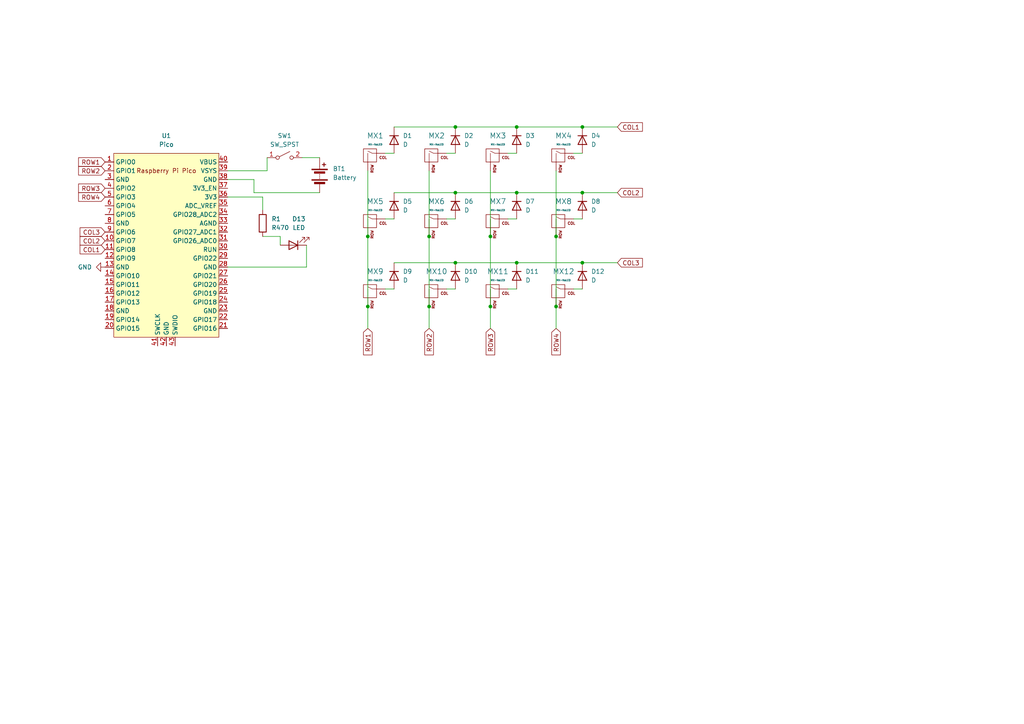
<source format=kicad_sch>
(kicad_sch (version 20230121) (generator eeschema)
  (paper "A4")
  (lib_symbols
    (symbol "Device:Battery" (pin_numbers hide) (pin_names (offset 0) hide)
      (property "Reference" "BT" (at 2.54 2.54 0))
      (property "Value" "Battery" (at 2.54 0 0))
      (symbol "Battery_0_1"
        (rectangle (start -2.286 -1.27) (end 2.286 -1.524) (fill (type outline)))
        (rectangle (start -2.286 1.778) (end 2.286 1.524) (fill (type outline)))
        (rectangle (start -1.524 -2.032) (end 1.524 -2.54) (fill (type outline)))
        (rectangle (start -1.524 1.016) (end 1.524 0.508) (fill (type outline)))
        (polyline (pts (xy 0 -1.016) (xy 0 -0.762)))
        (polyline (pts (xy 0 -0.508) (xy 0 -0.254)))
        (polyline (pts (xy 0 0) (xy 0 0.254)))
        (polyline (pts (xy 0 1.778) (xy 0 2.54)))
        (polyline (pts (xy 0.762 3.048) (xy 1.778 3.048)) (stroke (width 0.254)))
        (polyline (pts (xy 1.27 3.556) (xy 1.27 2.54)) (stroke (width 0.254)))
      )
      (symbol "Battery_1_1"
        (pin passive line (at 0 5.08 270) (length 2.54) (name "+") (number "1"))
        (pin passive line (at 0 -5.08 90) (length 2.54) (name "-") (number "2"))
      )
    )
    (symbol "Device:D" (pin_numbers hide) (pin_names (offset 1.016) hide)
      (property "Reference" "D" (at 0 2.54 0))
      (property "Value" "D" (at 0 -2.54 0))
      (symbol "D_0_1"
        (polyline (pts (xy -1.27 1.27) (xy -1.27 -1.27)) (stroke (width 0.254)))
        (polyline (pts (xy 1.27 0) (xy -1.27 0)))
        (polyline (pts (xy 1.27 1.27) (xy 1.27 -1.27) (xy -1.27 0) (xy 1.27 1.27)) (stroke (width 0.254)))
      )
      (symbol "D_1_1"
        (pin passive line (at -3.81 0 0) (length 2.54) (name "K") (number "1"))
        (pin passive line (at 3.81 0 180) (length 2.54) (name "A") (number "2"))
      )
    )
    (symbol "Device:LED" (pin_numbers hide) (pin_names (offset 1.016) hide)
      (property "Reference" "D" (at 0 2.54 0))
      (property "Value" "LED" (at 0 -2.54 0))
      (symbol "LED_0_1"
        (polyline (pts (xy -1.27 -1.27) (xy -1.27 1.27)) (stroke (width 0.254)))
        (polyline (pts (xy -1.27 0) (xy 1.27 0)))
        (polyline (pts (xy 1.27 -1.27) (xy 1.27 1.27) (xy -1.27 0) (xy 1.27 -1.27)) (stroke (width 0.254)))
        (polyline (pts (xy -3.048 -0.762) (xy -4.572 -2.286) (xy -3.81 -2.286) (xy -4.572 -2.286) (xy -4.572 -1.524)))
        (polyline (pts (xy -1.778 -0.762) (xy -3.302 -2.286) (xy -2.54 -2.286) (xy -3.302 -2.286) (xy -3.302 -1.524)))
      )
      (symbol "LED_1_1"
        (pin passive line (at -3.81 0 0) (length 2.54) (name "K") (number "1"))
        (pin passive line (at 3.81 0 180) (length 2.54) (name "A") (number "2"))
      )
    )
    (symbol "Device:R" (pin_numbers hide) (pin_names (offset 0))
      (property "Reference" "R" (at 2.032 0 90))
      (property "Value" "R" (at 0 0 90))
      (symbol "R_0_1"
        (rectangle (start -1.016 -2.54) (end 1.016 2.54) (stroke (width 0.254)))
      )
      (symbol "R_1_1"
        (pin passive line (at 0 3.81 270) (length 1.27) (name "~") (number "1"))
        (pin passive line (at 0 -3.81 90) (length 1.27) (name "~") (number "2"))
      )
    )
    (symbol "Switch:SW_SPST" (pin_names (offset 0) hide)
      (property "Reference" "SW" (at 0 3.175 0))
      (property "Value" "SW_SPST" (at 0 -2.54 0))
      (symbol "SW_SPST_0_0"
        (circle (center -2.032 0) (radius 0.508))
        (polyline (pts (xy -1.524 0.254) (xy 1.524 1.778)))
        (circle (center 2.032 0) (radius 0.508))
      )
      (symbol "SW_SPST_1_1"
        (pin passive line (at -5.08 0 0) (length 2.54) (name "A") (number "1"))
        (pin passive line (at 5.08 0 180) (length 2.54) (name "B") (number "2"))
      )
    )
    (symbol "keyswitches:MX-NoLED" (pin_names (offset 1.016))
      (property "Reference" "MX" (at -0.635 3.81 0))
      (property "Value" "MX-NoLED" (at -0.635 1.27 0))
      (symbol "MX-NoLED_0_0"
        (rectangle (start -2.54 2.54) (end 1.27 -1.27))
        (polyline (pts (xy -1.27 -1.27) (xy -1.27 1.27)) (stroke (width 0.127)))
        (polyline (pts (xy 1.27 1.27) (xy 0 1.27) (xy -1.27 1.905)) (stroke (width 0.127)))
        (text "COL" (at 3.175 0 0) (effects (font (size 0.762 0.762))))
        (text "ROW" (at 0 -1.905 900) (effects (font (size 0.762 0.762)) (justify right)))
      )
      (symbol "MX-NoLED_1_1"
        (pin passive line (at 3.81 1.27 180) (length 2.54) (name "COL") (number "1"))
        (pin passive line (at -1.27 -3.81 90) (length 2.54) (name "ROW") (number "2"))
      )
    )
    (symbol "pi pico:Pico"
      (property "Reference" "U" (at -13.97 27.94 0))
      (property "Value" "Pico" (at 0 19.05 0))
      (symbol "Pico_0_0"
        (text "Raspberry Pi Pico" (at 0 21.59 0) (effects (font (size 1.27 1.27))))
      )
      (symbol "Pico_0_1"
        (rectangle (start -15.24 26.67) (end 15.24 -26.67) (fill (type background)))
      )
      (symbol "Pico_1_1"
        (pin bidirectional line (at -17.78 24.13 0) (length 2.54) (name "GPIO0") (number "1"))
        (pin bidirectional line (at -17.78 1.27 0) (length 2.54) (name "GPIO7") (number "10"))
        (pin bidirectional line (at -17.78 -1.27 0) (length 2.54) (name "GPIO8") (number "11"))
        (pin bidirectional line (at -17.78 -3.81 0) (length 2.54) (name "GPIO9") (number "12"))
        (pin power_in line (at -17.78 -6.35 0) (length 2.54) (name "GND") (number "13"))
        (pin bidirectional line (at -17.78 -8.89 0) (length 2.54) (name "GPIO10") (number "14"))
        (pin bidirectional line (at -17.78 -11.43 0) (length 2.54) (name "GPIO11") (number "15"))
        (pin bidirectional line (at -17.78 -13.97 0) (length 2.54) (name "GPIO12") (number "16"))
        (pin bidirectional line (at -17.78 -16.51 0) (length 2.54) (name "GPIO13") (number "17"))
        (pin power_in line (at -17.78 -19.05 0) (length 2.54) (name "GND") (number "18"))
        (pin bidirectional line (at -17.78 -21.59 0) (length 2.54) (name "GPIO14") (number "19"))
        (pin bidirectional line (at -17.78 21.59 0) (length 2.54) (name "GPIO1") (number "2"))
        (pin bidirectional line (at -17.78 -24.13 0) (length 2.54) (name "GPIO15") (number "20"))
        (pin bidirectional line (at 17.78 -24.13 180) (length 2.54) (name "GPIO16") (number "21"))
        (pin bidirectional line (at 17.78 -21.59 180) (length 2.54) (name "GPIO17") (number "22"))
        (pin power_in line (at 17.78 -19.05 180) (length 2.54) (name "GND") (number "23"))
        (pin bidirectional line (at 17.78 -16.51 180) (length 2.54) (name "GPIO18") (number "24"))
        (pin bidirectional line (at 17.78 -13.97 180) (length 2.54) (name "GPIO19") (number "25"))
        (pin bidirectional line (at 17.78 -11.43 180) (length 2.54) (name "GPIO20") (number "26"))
        (pin bidirectional line (at 17.78 -8.89 180) (length 2.54) (name "GPIO21") (number "27"))
        (pin power_in line (at 17.78 -6.35 180) (length 2.54) (name "GND") (number "28"))
        (pin bidirectional line (at 17.78 -3.81 180) (length 2.54) (name "GPIO22") (number "29"))
        (pin power_in line (at -17.78 19.05 0) (length 2.54) (name "GND") (number "3"))
        (pin input line (at 17.78 -1.27 180) (length 2.54) (name "RUN") (number "30"))
        (pin bidirectional line (at 17.78 1.27 180) (length 2.54) (name "GPIO26_ADC0") (number "31"))
        (pin bidirectional line (at 17.78 3.81 180) (length 2.54) (name "GPIO27_ADC1") (number "32"))
        (pin power_in line (at 17.78 6.35 180) (length 2.54) (name "AGND") (number "33"))
        (pin bidirectional line (at 17.78 8.89 180) (length 2.54) (name "GPIO28_ADC2") (number "34"))
        (pin power_in line (at 17.78 11.43 180) (length 2.54) (name "ADC_VREF") (number "35"))
        (pin power_in line (at 17.78 13.97 180) (length 2.54) (name "3V3") (number "36"))
        (pin input line (at 17.78 16.51 180) (length 2.54) (name "3V3_EN") (number "37"))
        (pin bidirectional line (at 17.78 19.05 180) (length 2.54) (name "GND") (number "38"))
        (pin power_in line (at 17.78 21.59 180) (length 2.54) (name "VSYS") (number "39"))
        (pin bidirectional line (at -17.78 16.51 0) (length 2.54) (name "GPIO2") (number "4"))
        (pin power_in line (at 17.78 24.13 180) (length 2.54) (name "VBUS") (number "40"))
        (pin input line (at -2.54 -29.21 90) (length 2.54) (name "SWCLK") (number "41"))
        (pin power_in line (at 0 -29.21 90) (length 2.54) (name "GND") (number "42"))
        (pin bidirectional line (at 2.54 -29.21 90) (length 2.54) (name "SWDIO") (number "43"))
        (pin bidirectional line (at -17.78 13.97 0) (length 2.54) (name "GPIO3") (number "5"))
        (pin bidirectional line (at -17.78 11.43 0) (length 2.54) (name "GPIO4") (number "6"))
        (pin bidirectional line (at -17.78 8.89 0) (length 2.54) (name "GPIO5") (number "7"))
        (pin power_in line (at -17.78 6.35 0) (length 2.54) (name "GND") (number "8"))
        (pin bidirectional line (at -17.78 3.81 0) (length 2.54) (name "GPIO6") (number "9"))
      )
    )
    (symbol "power:GND" (power) (pin_names (offset 0))
      (property "Value" "GND" (at 0 -3.81 0))
      (symbol "GND_0_1"
        (polyline (pts (xy 0 0) (xy 0 -1.27) (xy 1.27 -1.27) (xy 0 -2.54) (xy -1.27 -1.27) (xy 0 -1.27)))
      )
      (symbol "GND_1_1"
        (pin power_in line (at 0 0 270) (length 0) hide (name "GND") (number "1"))
      )
    )
  )
  (junction (at 149.86 55.88))
  (junction (at 161.29 68.58))
  (junction (at 142.24 68.58))
  (junction (at 168.91 55.88))
  (junction (at 106.68 68.58))
  (junction (at 168.91 76.2))
  (junction (at 124.46 68.58))
  (junction (at 149.86 76.2))
  (junction (at 168.91 36.83))
  (junction (at 149.86 36.83))
  (junction (at 106.68 88.9))
  (junction (at 124.46 88.9))
  (junction (at 142.24 88.9))
  (junction (at 132.08 36.83))
  (junction (at 161.29 88.9))
  (junction (at 132.08 76.2))
  (junction (at 132.08 55.88))
  (wire (pts (xy 111.76 63.5) (xy 114.3 63.5)))
  (wire (pts (xy 132.08 36.83) (xy 149.86 36.83)))
  (wire (pts (xy 66.04 49.53) (xy 77.47 49.53)))
  (wire (pts (xy 77.47 45.72) (xy 77.47 49.53)))
  (wire (pts (xy 81.28 68.58) (xy 81.28 71.12)))
  (wire (pts (xy 73.66 55.88) (xy 92.71 55.88)))
  (wire (pts (xy 166.37 63.5) (xy 168.91 63.5)))
  (wire (pts (xy 166.37 83.82) (xy 168.91 83.82)))
  (wire (pts (xy 114.3 76.2) (xy 132.08 76.2)))
  (wire (pts (xy 161.29 88.9) (xy 161.29 95.25)))
  (wire (pts (xy 106.68 88.9) (xy 106.68 95.25)))
  (wire (pts (xy 147.32 44.45) (xy 149.86 44.45)))
  (wire (pts (xy 66.04 57.15) (xy 76.2 57.15)))
  (wire (pts (xy 124.46 49.53) (xy 124.46 68.58)))
  (wire (pts (xy 147.32 63.5) (xy 149.86 63.5)))
  (wire (pts (xy 168.91 36.83) (xy 179.07 36.83)))
  (wire (pts (xy 111.76 83.82) (xy 114.3 83.82)))
  (wire (pts (xy 66.04 52.07) (xy 73.66 52.07)))
  (wire (pts (xy 88.9 77.47) (xy 66.04 77.47)))
  (wire (pts (xy 166.37 44.45) (xy 168.91 44.45)))
  (wire (pts (xy 161.29 49.53) (xy 161.29 68.58)))
  (wire (pts (xy 129.54 83.82) (xy 132.08 83.82)))
  (wire (pts (xy 87.63 45.72) (xy 92.71 45.72)))
  (wire (pts (xy 168.91 55.88) (xy 179.07 55.88)))
  (wire (pts (xy 147.32 83.82) (xy 149.86 83.82)))
  (wire (pts (xy 132.08 55.88) (xy 149.86 55.88)))
  (wire (pts (xy 73.66 52.07) (xy 73.66 55.88)))
  (wire (pts (xy 161.29 68.58) (xy 161.29 88.9)))
  (wire (pts (xy 124.46 88.9) (xy 124.46 95.25)))
  (wire (pts (xy 106.68 49.53) (xy 106.68 68.58)))
  (wire (pts (xy 142.24 68.58) (xy 142.24 88.9)))
  (wire (pts (xy 124.46 68.58) (xy 124.46 88.9)))
  (wire (pts (xy 114.3 36.83) (xy 132.08 36.83)))
  (wire (pts (xy 149.86 76.2) (xy 168.91 76.2)))
  (wire (pts (xy 114.3 55.88) (xy 132.08 55.88)))
  (wire (pts (xy 88.9 71.12) (xy 88.9 77.47)))
  (wire (pts (xy 129.54 44.45) (xy 132.08 44.45)))
  (wire (pts (xy 76.2 68.58) (xy 81.28 68.58)))
  (wire (pts (xy 149.86 55.88) (xy 168.91 55.88)))
  (wire (pts (xy 142.24 88.9) (xy 142.24 95.25)))
  (wire (pts (xy 142.24 49.53) (xy 142.24 68.58)))
  (wire (pts (xy 149.86 36.83) (xy 168.91 36.83)))
  (wire (pts (xy 168.91 76.2) (xy 179.07 76.2)))
  (wire (pts (xy 76.2 57.15) (xy 76.2 60.96)))
  (wire (pts (xy 132.08 76.2) (xy 149.86 76.2)))
  (wire (pts (xy 114.3 44.45) (xy 111.76 44.45)))
  (wire (pts (xy 129.54 63.5) (xy 132.08 63.5)))
  (wire (pts (xy 106.68 68.58) (xy 106.68 88.9)))
  (global_label "COL2" (shape input) (at 179.07 55.88 0) (property "Intersheetrefs" "${INTERSHEET_REFS}" (effects hide)))
  (global_label "COL1" (shape input) (at 30.48 72.39 180) (property "Intersheetrefs" "${INTERSHEET_REFS}" (effects hide)))
  (global_label "ROW2" (shape input) (at 30.48 49.53 180) (property "Intersheetrefs" "${INTERSHEET_REFS}" (effects hide)))
  (global_label "ROW3" (shape input) (at 30.48 54.61 180) (property "Intersheetrefs" "${INTERSHEET_REFS}" (effects hide)))
  (global_label "COL2" (shape input) (at 30.48 69.85 180) (property "Intersheetrefs" "${INTERSHEET_REFS}" (effects hide)))
  (global_label "ROW4" (shape input) (at 161.29 95.25 270) (property "Intersheetrefs" "${INTERSHEET_REFS}" (effects hide)))
  (global_label "COL3" (shape input) (at 30.48 67.31 180) (property "Intersheetrefs" "${INTERSHEET_REFS}" (effects hide)))
  (global_label "COL3" (shape input) (at 179.07 76.2 0) (property "Intersheetrefs" "${INTERSHEET_REFS}" (effects hide)))
  (global_label "COL1" (shape input) (at 179.07 36.83 0) (property "Intersheetrefs" "${INTERSHEET_REFS}" (effects hide)))
  (global_label "ROW4" (shape input) (at 30.48 57.15 180) (property "Intersheetrefs" "${INTERSHEET_REFS}" (effects hide)))
  (global_label "ROW1" (shape input) (at 106.68 95.25 270) (property "Intersheetrefs" "${INTERSHEET_REFS}" (effects hide)))
  (global_label "ROW1" (shape input) (at 30.48 46.99 180) (property "Intersheetrefs" "${INTERSHEET_REFS}" (effects hide)))
  (global_label "ROW3" (shape input) (at 142.24 95.25 270) (property "Intersheetrefs" "${INTERSHEET_REFS}" (effects hide)))
  (global_label "ROW2" (shape input) (at 124.46 95.25 270) (property "Intersheetrefs" "${INTERSHEET_REFS}" (effects hide)))
  (symbol (lib_id "Device:D") (at 149.86 59.69 270) (unit 1)
    (property "Reference" "D7" (at 152.4 58.42 90) (effects (justify left)))
    (property "Value" "D" (at 152.4 60.96 90) (effects (justify left)))
    (property "Footprint" "Diode_THT:D_T-1_P5.08mm_Horizontal" (effects hide))
    (property "Sim.Device" "D" (effects hide))
    (property "Sim.Pins" "1=K 2=A" (effects hide))
  )
  (symbol (lib_id "Device:D") (at 168.91 59.69 270) (unit 1)
    (property "Reference" "D8" (at 171.45 58.42 90) (effects (justify left)))
    (property "Value" "D" (at 171.45 60.96 90) (effects (justify left)))
    (property "Footprint" "Diode_THT:D_T-1_P5.08mm_Horizontal" (effects hide))
    (property "Sim.Device" "D" (effects hide))
    (property "Sim.Pins" "1=K 2=A" (effects hide))
  )
  (symbol (lib_id "keyswitches:MX-NoLED") (at 143.51 64.77 0) (unit 1)
    (property "Reference" "MX7" (at 144.4052 58.42 0) (effects (font (size 1.524 1.524))))
    (property "Value" "MX-NoLED" (at 144.4052 60.96 0) (effects (font (size 0.508 0.508))))
    (property "Footprint" "Button_Switch_Keyboard:SW_Cherry_MX_1.00u_PCB" (effects hide))
  )
  (symbol (lib_id "power:GND") (at 30.48 77.47 270) (unit 1)
    (property "Reference" "#PWR01" (effects hide))
    (property "Value" "GND" (at 26.67 77.47 90) (effects (justify right)))
  )
  (symbol (lib_id "Device:D") (at 132.08 59.69 270) (unit 1)
    (property "Reference" "D6" (at 134.62 58.42 90) (effects (justify left)))
    (property "Value" "D" (at 134.62 60.96 90) (effects (justify left)))
    (property "Footprint" "Diode_THT:D_T-1_P5.08mm_Horizontal" (effects hide))
    (property "Sim.Device" "D" (effects hide))
    (property "Sim.Pins" "1=K 2=A" (effects hide))
  )
  (symbol (lib_id "keyswitches:MX-NoLED") (at 107.95 85.09 0) (unit 1)
    (property "Reference" "MX9" (at 108.8452 78.74 0) (effects (font (size 1.524 1.524))))
    (property "Value" "MX-NoLED" (at 108.8452 81.28 0) (effects (font (size 0.508 0.508))))
    (property "Footprint" "Button_Switch_Keyboard:SW_Cherry_MX_1.00u_PCB" (effects hide))
  )
  (symbol (lib_id "Device:D") (at 114.3 40.64 270) (unit 1)
    (property "Reference" "D1" (at 116.84 39.37 90) (effects (justify left)))
    (property "Value" "D" (at 116.84 41.91 90) (effects (justify left)))
    (property "Footprint" "Diode_THT:D_T-1_P5.08mm_Horizontal" (effects hide))
    (property "Sim.Device" "D" (effects hide))
    (property "Sim.Pins" "1=K 2=A" (effects hide))
  )
  (symbol (lib_id "keyswitches:MX-NoLED") (at 125.73 45.72 0) (unit 1)
    (property "Reference" "MX2" (at 126.6252 39.37 0) (effects (font (size 1.524 1.524))))
    (property "Value" "MX-NoLED" (at 126.6252 41.91 0) (effects (font (size 0.508 0.508))))
    (property "Footprint" "Button_Switch_Keyboard:SW_Cherry_MX_1.00u_PCB" (effects hide))
  )
  (symbol (lib_id "Device:D") (at 149.86 40.64 270) (unit 1)
    (property "Reference" "D3" (at 152.4 39.37 90) (effects (justify left)))
    (property "Value" "D" (at 152.4 41.91 90) (effects (justify left)))
    (property "Footprint" "Diode_THT:D_T-1_P5.08mm_Horizontal" (effects hide))
    (property "Sim.Device" "D" (effects hide))
    (property "Sim.Pins" "1=K 2=A" (effects hide))
  )
  (symbol (lib_id "Device:D") (at 132.08 40.64 270) (unit 1)
    (property "Reference" "D2" (at 134.62 39.37 90) (effects (justify left)))
    (property "Value" "D" (at 134.62 41.91 90) (effects (justify left)))
    (property "Footprint" "Diode_THT:D_T-1_P5.08mm_Horizontal" (effects hide))
    (property "Sim.Device" "D" (effects hide))
    (property "Sim.Pins" "1=K 2=A" (effects hide))
  )
  (symbol (lib_id "keyswitches:MX-NoLED") (at 125.73 85.09 0) (unit 1)
    (property "Reference" "MX10" (at 126.6252 78.74 0) (effects (font (size 1.524 1.524))))
    (property "Value" "MX-NoLED" (at 126.6252 81.28 0) (effects (font (size 0.508 0.508))))
    (property "Footprint" "Button_Switch_Keyboard:SW_Cherry_MX_1.00u_PCB" (effects hide))
  )
  (symbol (lib_id "Device:D") (at 168.91 80.01 270) (unit 1)
    (property "Reference" "D12" (at 171.45 78.74 90) (effects (justify left)))
    (property "Value" "D" (at 171.45 81.28 90) (effects (justify left)))
    (property "Footprint" "Diode_THT:D_T-1_P5.08mm_Horizontal" (effects hide))
    (property "Sim.Device" "D" (effects hide))
    (property "Sim.Pins" "1=K 2=A" (effects hide))
  )
  (symbol (lib_id "Device:D") (at 149.86 80.01 270) (unit 1)
    (property "Reference" "D11" (at 152.4 78.74 90) (effects (justify left)))
    (property "Value" "D" (at 152.4 81.28 90) (effects (justify left)))
    (property "Footprint" "Diode_THT:D_T-1_P5.08mm_Horizontal" (effects hide))
    (property "Sim.Device" "D" (effects hide))
    (property "Sim.Pins" "1=K 2=A" (effects hide))
  )
  (symbol (lib_id "Device:D") (at 168.91 40.64 270) (unit 1)
    (property "Reference" "D4" (at 171.45 39.37 90) (effects (justify left)))
    (property "Value" "D" (at 171.45 41.91 90) (effects (justify left)))
    (property "Footprint" "Diode_THT:D_T-1_P5.08mm_Horizontal" (effects hide))
    (property "Sim.Device" "D" (effects hide))
    (property "Sim.Pins" "1=K 2=A" (effects hide))
  )
  (symbol (lib_id "keyswitches:MX-NoLED") (at 125.73 64.77 0) (unit 1)
    (property "Reference" "MX6" (at 126.6252 58.42 0) (effects (font (size 1.524 1.524))))
    (property "Value" "MX-NoLED" (at 126.6252 60.96 0) (effects (font (size 0.508 0.508))))
    (property "Footprint" "Button_Switch_Keyboard:SW_Cherry_MX_1.00u_PCB" (effects hide))
  )
  (symbol (lib_id "keyswitches:MX-NoLED") (at 143.51 45.72 0) (unit 1)
    (property "Reference" "MX3" (at 144.4052 39.37 0) (effects (font (size 1.524 1.524))))
    (property "Value" "MX-NoLED" (at 144.4052 41.91 0) (effects (font (size 0.508 0.508))))
    (property "Footprint" "Button_Switch_Keyboard:SW_Cherry_MX_1.00u_PCB" (effects hide))
  )
  (symbol (lib_id "Device:D") (at 132.08 80.01 270) (unit 1)
    (property "Reference" "D10" (at 134.62 78.74 90) (effects (justify left)))
    (property "Value" "D" (at 134.62 81.28 90) (effects (justify left)))
    (property "Footprint" "Diode_THT:D_T-1_P5.08mm_Horizontal" (effects hide))
    (property "Sim.Device" "D" (effects hide))
    (property "Sim.Pins" "1=K 2=A" (effects hide))
  )
  (symbol (lib_id "keyswitches:MX-NoLED") (at 162.56 45.72 0) (unit 1)
    (property "Reference" "MX4" (at 163.4552 39.37 0) (effects (font (size 1.524 1.524))))
    (property "Value" "MX-NoLED" (at 163.4552 41.91 0) (effects (font (size 0.508 0.508))))
    (property "Footprint" "Button_Switch_Keyboard:SW_Cherry_MX_1.00u_PCB" (effects hide))
  )
  (symbol (lib_id "pi pico:Pico") (at 48.26 71.12 0) (unit 1)
    (property "Reference" "U1" (at 48.26 39.37 0))
    (property "Value" "Pico" (at 48.26 41.91 0))
    (property "Footprint" "PI Pico:RPi_Pico_SMD_TH" (effects hide))
  )
  (symbol (lib_id "keyswitches:MX-NoLED") (at 162.56 85.09 0) (unit 1)
    (property "Reference" "MX12" (at 163.4552 78.74 0) (effects (font (size 1.524 1.524))))
    (property "Value" "MX-NoLED" (at 163.4552 81.28 0) (effects (font (size 0.508 0.508))))
    (property "Footprint" "Button_Switch_Keyboard:SW_Cherry_MX_1.00u_PCB" (effects hide))
  )
  (symbol (lib_id "Device:Battery") (at 92.71 50.8 0) (unit 1)
    (property "Reference" "BT1" (at 96.52 48.9585 0) (effects (justify left)))
    (property "Value" "Battery" (at 96.52 51.4985 0) (effects (justify left)))
    (property "Footprint" "Battery:BatteryHolder_MPD_BC2AAPC_2xAA" (effects hide))
  )
  (symbol (lib_id "keyswitches:MX-NoLED") (at 107.95 45.72 0) (unit 1)
    (property "Reference" "MX1" (at 108.8452 39.37 0) (effects (font (size 1.524 1.524))))
    (property "Value" "MX-NoLED" (at 108.8452 41.91 0) (effects (font (size 0.508 0.508))))
    (property "Footprint" "Button_Switch_Keyboard:SW_Cherry_MX_1.00u_PCB" (effects hide))
  )
  (symbol (lib_id "Device:D") (at 114.3 80.01 270) (unit 1)
    (property "Reference" "D9" (at 116.84 78.74 90) (effects (justify left)))
    (property "Value" "D" (at 116.84 81.28 90) (effects (justify left)))
    (property "Footprint" "Diode_THT:D_T-1_P5.08mm_Horizontal" (effects hide))
    (property "Sim.Device" "D" (effects hide))
    (property "Sim.Pins" "1=K 2=A" (effects hide))
  )
  (symbol (lib_id "Device:R") (at 76.2 64.77 180) (unit 1)
    (property "Reference" "R1" (at 78.74 63.5 0) (effects (justify right)))
    (property "Value" "R470" (at 78.74 66.04 0) (effects (justify right)))
    (property "Footprint" "Resistor_THT:R_Axial_DIN0309_L9.0mm_D3.2mm_P12.70mm_Horizontal" (effects hide))
  )
  (symbol (lib_id "keyswitches:MX-NoLED") (at 107.95 64.77 0) (unit 1)
    (property "Reference" "MX5" (at 108.8452 58.42 0) (effects (font (size 1.524 1.524))))
    (property "Value" "MX-NoLED" (at 108.8452 60.96 0) (effects (font (size 0.508 0.508))))
    (property "Footprint" "Button_Switch_Keyboard:SW_Cherry_MX_1.00u_PCB" (effects hide))
  )
  (symbol (lib_id "keyswitches:MX-NoLED") (at 143.51 85.09 0) (unit 1)
    (property "Reference" "MX11" (at 144.4052 78.74 0) (effects (font (size 1.524 1.524))))
    (property "Value" "MX-NoLED" (at 144.4052 81.28 0) (effects (font (size 0.508 0.508))))
    (property "Footprint" "Button_Switch_Keyboard:SW_Cherry_MX_1.00u_PCB" (effects hide))
  )
  (symbol (lib_id "keyswitches:MX-NoLED") (at 162.56 64.77 0) (unit 1)
    (property "Reference" "MX8" (at 163.4552 58.42 0) (effects (font (size 1.524 1.524))))
    (property "Value" "MX-NoLED" (at 163.4552 60.96 0) (effects (font (size 0.508 0.508))))
    (property "Footprint" "Button_Switch_Keyboard:SW_Cherry_MX_1.00u_PCB" (effects hide))
  )
  (symbol (lib_id "Device:LED") (at 85.09 71.12 180) (unit 1)
    (property "Reference" "D13" (at 86.6775 63.5 0))
    (property "Value" "LED" (at 86.6775 66.04 0))
    (property "Footprint" "Diode_THT:D_T-1_P5.08mm_Horizontal" (effects hide))
  )
  (symbol (lib_id "Device:D") (at 114.3 59.69 270) (unit 1)
    (property "Reference" "D5" (at 116.84 58.42 90) (effects (justify left)))
    (property "Value" "D" (at 116.84 60.96 90) (effects (justify left)))
    (property "Footprint" "Diode_THT:D_T-1_P5.08mm_Horizontal" (effects hide))
    (property "Sim.Device" "D" (effects hide))
    (property "Sim.Pins" "1=K 2=A" (effects hide))
  )
  (symbol (lib_id "Switch:SW_SPST") (at 82.55 45.72 0) (unit 1)
    (property "Reference" "SW1" (at 82.55 39.37 0))
    (property "Value" "SW_SPST" (at 82.55 41.91 0))
    (property "Footprint" "Diode_THT:D_T-1_P5.08mm_Horizontal" (effects hide))
  )
)
</source>
